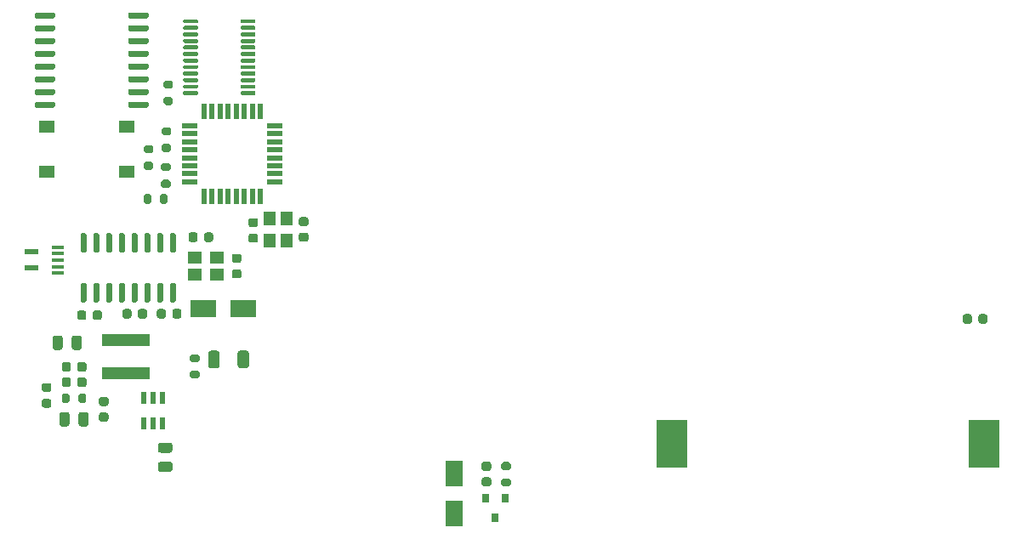
<source format=gbr>
%TF.GenerationSoftware,KiCad,Pcbnew,(5.1.9-0-10_14)*%
%TF.CreationDate,2021-08-09T22:26:57+08:00*%
%TF.ProjectId,Motor_clock,4d6f746f-725f-4636-9c6f-636b2e6b6963,rev?*%
%TF.SameCoordinates,Original*%
%TF.FileFunction,Paste,Top*%
%TF.FilePolarity,Positive*%
%FSLAX46Y46*%
G04 Gerber Fmt 4.6, Leading zero omitted, Abs format (unit mm)*
G04 Created by KiCad (PCBNEW (5.1.9-0-10_14)) date 2021-08-09 22:26:57*
%MOMM*%
%LPD*%
G01*
G04 APERTURE LIST*
%ADD10R,0.800000X0.900000*%
%ADD11R,1.800000X2.500000*%
%ADD12R,4.700000X1.200000*%
%ADD13R,0.590000X1.250000*%
%ADD14R,1.250000X0.400000*%
%ADD15R,1.350000X0.600000*%
%ADD16R,1.400000X1.200000*%
%ADD17R,2.500000X1.800000*%
%ADD18R,1.200000X1.400000*%
%ADD19R,1.600000X0.550000*%
%ADD20R,0.550000X1.600000*%
%ADD21R,1.550000X1.300000*%
%ADD22R,3.150000X4.780000*%
G04 APERTURE END LIST*
%TO.C,U1*%
G36*
G01*
X121403000Y-76985000D02*
X121403000Y-76685000D01*
G75*
G02*
X121553000Y-76535000I150000J0D01*
G01*
X123303000Y-76535000D01*
G75*
G02*
X123453000Y-76685000I0J-150000D01*
G01*
X123453000Y-76985000D01*
G75*
G02*
X123303000Y-77135000I-150000J0D01*
G01*
X121553000Y-77135000D01*
G75*
G02*
X121403000Y-76985000I0J150000D01*
G01*
G37*
G36*
G01*
X121403000Y-78255000D02*
X121403000Y-77955000D01*
G75*
G02*
X121553000Y-77805000I150000J0D01*
G01*
X123303000Y-77805000D01*
G75*
G02*
X123453000Y-77955000I0J-150000D01*
G01*
X123453000Y-78255000D01*
G75*
G02*
X123303000Y-78405000I-150000J0D01*
G01*
X121553000Y-78405000D01*
G75*
G02*
X121403000Y-78255000I0J150000D01*
G01*
G37*
G36*
G01*
X121403000Y-79525000D02*
X121403000Y-79225000D01*
G75*
G02*
X121553000Y-79075000I150000J0D01*
G01*
X123303000Y-79075000D01*
G75*
G02*
X123453000Y-79225000I0J-150000D01*
G01*
X123453000Y-79525000D01*
G75*
G02*
X123303000Y-79675000I-150000J0D01*
G01*
X121553000Y-79675000D01*
G75*
G02*
X121403000Y-79525000I0J150000D01*
G01*
G37*
G36*
G01*
X121403000Y-80795000D02*
X121403000Y-80495000D01*
G75*
G02*
X121553000Y-80345000I150000J0D01*
G01*
X123303000Y-80345000D01*
G75*
G02*
X123453000Y-80495000I0J-150000D01*
G01*
X123453000Y-80795000D01*
G75*
G02*
X123303000Y-80945000I-150000J0D01*
G01*
X121553000Y-80945000D01*
G75*
G02*
X121403000Y-80795000I0J150000D01*
G01*
G37*
G36*
G01*
X121403000Y-82065000D02*
X121403000Y-81765000D01*
G75*
G02*
X121553000Y-81615000I150000J0D01*
G01*
X123303000Y-81615000D01*
G75*
G02*
X123453000Y-81765000I0J-150000D01*
G01*
X123453000Y-82065000D01*
G75*
G02*
X123303000Y-82215000I-150000J0D01*
G01*
X121553000Y-82215000D01*
G75*
G02*
X121403000Y-82065000I0J150000D01*
G01*
G37*
G36*
G01*
X121403000Y-83335000D02*
X121403000Y-83035000D01*
G75*
G02*
X121553000Y-82885000I150000J0D01*
G01*
X123303000Y-82885000D01*
G75*
G02*
X123453000Y-83035000I0J-150000D01*
G01*
X123453000Y-83335000D01*
G75*
G02*
X123303000Y-83485000I-150000J0D01*
G01*
X121553000Y-83485000D01*
G75*
G02*
X121403000Y-83335000I0J150000D01*
G01*
G37*
G36*
G01*
X121403000Y-84605000D02*
X121403000Y-84305000D01*
G75*
G02*
X121553000Y-84155000I150000J0D01*
G01*
X123303000Y-84155000D01*
G75*
G02*
X123453000Y-84305000I0J-150000D01*
G01*
X123453000Y-84605000D01*
G75*
G02*
X123303000Y-84755000I-150000J0D01*
G01*
X121553000Y-84755000D01*
G75*
G02*
X121403000Y-84605000I0J150000D01*
G01*
G37*
G36*
G01*
X121403000Y-85875000D02*
X121403000Y-85575000D01*
G75*
G02*
X121553000Y-85425000I150000J0D01*
G01*
X123303000Y-85425000D01*
G75*
G02*
X123453000Y-85575000I0J-150000D01*
G01*
X123453000Y-85875000D01*
G75*
G02*
X123303000Y-86025000I-150000J0D01*
G01*
X121553000Y-86025000D01*
G75*
G02*
X121403000Y-85875000I0J150000D01*
G01*
G37*
G36*
G01*
X112103000Y-85875000D02*
X112103000Y-85575000D01*
G75*
G02*
X112253000Y-85425000I150000J0D01*
G01*
X114003000Y-85425000D01*
G75*
G02*
X114153000Y-85575000I0J-150000D01*
G01*
X114153000Y-85875000D01*
G75*
G02*
X114003000Y-86025000I-150000J0D01*
G01*
X112253000Y-86025000D01*
G75*
G02*
X112103000Y-85875000I0J150000D01*
G01*
G37*
G36*
G01*
X112103000Y-84605000D02*
X112103000Y-84305000D01*
G75*
G02*
X112253000Y-84155000I150000J0D01*
G01*
X114003000Y-84155000D01*
G75*
G02*
X114153000Y-84305000I0J-150000D01*
G01*
X114153000Y-84605000D01*
G75*
G02*
X114003000Y-84755000I-150000J0D01*
G01*
X112253000Y-84755000D01*
G75*
G02*
X112103000Y-84605000I0J150000D01*
G01*
G37*
G36*
G01*
X112103000Y-83335000D02*
X112103000Y-83035000D01*
G75*
G02*
X112253000Y-82885000I150000J0D01*
G01*
X114003000Y-82885000D01*
G75*
G02*
X114153000Y-83035000I0J-150000D01*
G01*
X114153000Y-83335000D01*
G75*
G02*
X114003000Y-83485000I-150000J0D01*
G01*
X112253000Y-83485000D01*
G75*
G02*
X112103000Y-83335000I0J150000D01*
G01*
G37*
G36*
G01*
X112103000Y-82065000D02*
X112103000Y-81765000D01*
G75*
G02*
X112253000Y-81615000I150000J0D01*
G01*
X114003000Y-81615000D01*
G75*
G02*
X114153000Y-81765000I0J-150000D01*
G01*
X114153000Y-82065000D01*
G75*
G02*
X114003000Y-82215000I-150000J0D01*
G01*
X112253000Y-82215000D01*
G75*
G02*
X112103000Y-82065000I0J150000D01*
G01*
G37*
G36*
G01*
X112103000Y-80795000D02*
X112103000Y-80495000D01*
G75*
G02*
X112253000Y-80345000I150000J0D01*
G01*
X114003000Y-80345000D01*
G75*
G02*
X114153000Y-80495000I0J-150000D01*
G01*
X114153000Y-80795000D01*
G75*
G02*
X114003000Y-80945000I-150000J0D01*
G01*
X112253000Y-80945000D01*
G75*
G02*
X112103000Y-80795000I0J150000D01*
G01*
G37*
G36*
G01*
X112103000Y-79525000D02*
X112103000Y-79225000D01*
G75*
G02*
X112253000Y-79075000I150000J0D01*
G01*
X114003000Y-79075000D01*
G75*
G02*
X114153000Y-79225000I0J-150000D01*
G01*
X114153000Y-79525000D01*
G75*
G02*
X114003000Y-79675000I-150000J0D01*
G01*
X112253000Y-79675000D01*
G75*
G02*
X112103000Y-79525000I0J150000D01*
G01*
G37*
G36*
G01*
X112103000Y-78255000D02*
X112103000Y-77955000D01*
G75*
G02*
X112253000Y-77805000I150000J0D01*
G01*
X114003000Y-77805000D01*
G75*
G02*
X114153000Y-77955000I0J-150000D01*
G01*
X114153000Y-78255000D01*
G75*
G02*
X114003000Y-78405000I-150000J0D01*
G01*
X112253000Y-78405000D01*
G75*
G02*
X112103000Y-78255000I0J150000D01*
G01*
G37*
G36*
G01*
X112103000Y-76985000D02*
X112103000Y-76685000D01*
G75*
G02*
X112253000Y-76535000I150000J0D01*
G01*
X114003000Y-76535000D01*
G75*
G02*
X114153000Y-76685000I0J-150000D01*
G01*
X114153000Y-76985000D01*
G75*
G02*
X114003000Y-77135000I-150000J0D01*
G01*
X112253000Y-77135000D01*
G75*
G02*
X112103000Y-76985000I0J150000D01*
G01*
G37*
%TD*%
%TO.C,R9*%
G36*
G01*
X159304400Y-122117800D02*
X158754400Y-122117800D01*
G75*
G02*
X158554400Y-121917800I0J200000D01*
G01*
X158554400Y-121517800D01*
G75*
G02*
X158754400Y-121317800I200000J0D01*
G01*
X159304400Y-121317800D01*
G75*
G02*
X159504400Y-121517800I0J-200000D01*
G01*
X159504400Y-121917800D01*
G75*
G02*
X159304400Y-122117800I-200000J0D01*
G01*
G37*
G36*
G01*
X159304400Y-123767800D02*
X158754400Y-123767800D01*
G75*
G02*
X158554400Y-123567800I0J200000D01*
G01*
X158554400Y-123167800D01*
G75*
G02*
X158754400Y-122967800I200000J0D01*
G01*
X159304400Y-122967800D01*
G75*
G02*
X159504400Y-123167800I0J-200000D01*
G01*
X159504400Y-123567800D01*
G75*
G02*
X159304400Y-123767800I-200000J0D01*
G01*
G37*
%TD*%
%TO.C,R6*%
G36*
G01*
X130508900Y-110474599D02*
X130508900Y-111724601D01*
G75*
G02*
X130258901Y-111974600I-249999J0D01*
G01*
X129633899Y-111974600D01*
G75*
G02*
X129383900Y-111724601I0J249999D01*
G01*
X129383900Y-110474599D01*
G75*
G02*
X129633899Y-110224600I249999J0D01*
G01*
X130258901Y-110224600D01*
G75*
G02*
X130508900Y-110474599I0J-249999D01*
G01*
G37*
G36*
G01*
X133433900Y-110474599D02*
X133433900Y-111724601D01*
G75*
G02*
X133183901Y-111974600I-249999J0D01*
G01*
X132558899Y-111974600D01*
G75*
G02*
X132308900Y-111724601I0J249999D01*
G01*
X132308900Y-110474599D01*
G75*
G02*
X132558899Y-110224600I249999J0D01*
G01*
X133183901Y-110224600D01*
G75*
G02*
X133433900Y-110474599I0J-249999D01*
G01*
G37*
%TD*%
D10*
%TO.C,Q1*%
X157962600Y-126891800D03*
X157012600Y-124891800D03*
X158912600Y-124891800D03*
%TD*%
D11*
%TO.C,D3*%
X153847800Y-126453400D03*
X153847800Y-122453400D03*
%TD*%
%TO.C,C15*%
G36*
G01*
X156823600Y-122841600D02*
X157323600Y-122841600D01*
G75*
G02*
X157548600Y-123066600I0J-225000D01*
G01*
X157548600Y-123516600D01*
G75*
G02*
X157323600Y-123741600I-225000J0D01*
G01*
X156823600Y-123741600D01*
G75*
G02*
X156598600Y-123516600I0J225000D01*
G01*
X156598600Y-123066600D01*
G75*
G02*
X156823600Y-122841600I225000J0D01*
G01*
G37*
G36*
G01*
X156823600Y-121291600D02*
X157323600Y-121291600D01*
G75*
G02*
X157548600Y-121516600I0J-225000D01*
G01*
X157548600Y-121966600D01*
G75*
G02*
X157323600Y-122191600I-225000J0D01*
G01*
X156823600Y-122191600D01*
G75*
G02*
X156598600Y-121966600I0J225000D01*
G01*
X156598600Y-121516600D01*
G75*
G02*
X156823600Y-121291600I225000J0D01*
G01*
G37*
%TD*%
D12*
%TO.C,L1*%
X121208800Y-109143800D03*
X121208800Y-112453800D03*
%TD*%
D13*
%TO.C,VR1*%
X122941000Y-114965000D03*
X123891000Y-114965000D03*
X124841000Y-114965000D03*
X124841000Y-117475000D03*
X123891000Y-117475000D03*
X122941000Y-117475000D03*
%TD*%
D14*
%TO.C,J11*%
X114427000Y-99904000D03*
X114427000Y-101204000D03*
X114427000Y-101854000D03*
D15*
X111752000Y-100404000D03*
D14*
X114427000Y-100554000D03*
X114427000Y-102504000D03*
D15*
X111752000Y-102004000D03*
%TD*%
%TO.C,U10*%
G36*
G01*
X128362500Y-84482000D02*
X128362500Y-84682000D01*
G75*
G02*
X128262500Y-84782000I-100000J0D01*
G01*
X126987500Y-84782000D01*
G75*
G02*
X126887500Y-84682000I0J100000D01*
G01*
X126887500Y-84482000D01*
G75*
G02*
X126987500Y-84382000I100000J0D01*
G01*
X128262500Y-84382000D01*
G75*
G02*
X128362500Y-84482000I0J-100000D01*
G01*
G37*
G36*
G01*
X128362500Y-83832000D02*
X128362500Y-84032000D01*
G75*
G02*
X128262500Y-84132000I-100000J0D01*
G01*
X126987500Y-84132000D01*
G75*
G02*
X126887500Y-84032000I0J100000D01*
G01*
X126887500Y-83832000D01*
G75*
G02*
X126987500Y-83732000I100000J0D01*
G01*
X128262500Y-83732000D01*
G75*
G02*
X128362500Y-83832000I0J-100000D01*
G01*
G37*
G36*
G01*
X128362500Y-83182000D02*
X128362500Y-83382000D01*
G75*
G02*
X128262500Y-83482000I-100000J0D01*
G01*
X126987500Y-83482000D01*
G75*
G02*
X126887500Y-83382000I0J100000D01*
G01*
X126887500Y-83182000D01*
G75*
G02*
X126987500Y-83082000I100000J0D01*
G01*
X128262500Y-83082000D01*
G75*
G02*
X128362500Y-83182000I0J-100000D01*
G01*
G37*
G36*
G01*
X128362500Y-82532000D02*
X128362500Y-82732000D01*
G75*
G02*
X128262500Y-82832000I-100000J0D01*
G01*
X126987500Y-82832000D01*
G75*
G02*
X126887500Y-82732000I0J100000D01*
G01*
X126887500Y-82532000D01*
G75*
G02*
X126987500Y-82432000I100000J0D01*
G01*
X128262500Y-82432000D01*
G75*
G02*
X128362500Y-82532000I0J-100000D01*
G01*
G37*
G36*
G01*
X128362500Y-81882000D02*
X128362500Y-82082000D01*
G75*
G02*
X128262500Y-82182000I-100000J0D01*
G01*
X126987500Y-82182000D01*
G75*
G02*
X126887500Y-82082000I0J100000D01*
G01*
X126887500Y-81882000D01*
G75*
G02*
X126987500Y-81782000I100000J0D01*
G01*
X128262500Y-81782000D01*
G75*
G02*
X128362500Y-81882000I0J-100000D01*
G01*
G37*
G36*
G01*
X128362500Y-81232000D02*
X128362500Y-81432000D01*
G75*
G02*
X128262500Y-81532000I-100000J0D01*
G01*
X126987500Y-81532000D01*
G75*
G02*
X126887500Y-81432000I0J100000D01*
G01*
X126887500Y-81232000D01*
G75*
G02*
X126987500Y-81132000I100000J0D01*
G01*
X128262500Y-81132000D01*
G75*
G02*
X128362500Y-81232000I0J-100000D01*
G01*
G37*
G36*
G01*
X128362500Y-80582000D02*
X128362500Y-80782000D01*
G75*
G02*
X128262500Y-80882000I-100000J0D01*
G01*
X126987500Y-80882000D01*
G75*
G02*
X126887500Y-80782000I0J100000D01*
G01*
X126887500Y-80582000D01*
G75*
G02*
X126987500Y-80482000I100000J0D01*
G01*
X128262500Y-80482000D01*
G75*
G02*
X128362500Y-80582000I0J-100000D01*
G01*
G37*
G36*
G01*
X128362500Y-79932000D02*
X128362500Y-80132000D01*
G75*
G02*
X128262500Y-80232000I-100000J0D01*
G01*
X126987500Y-80232000D01*
G75*
G02*
X126887500Y-80132000I0J100000D01*
G01*
X126887500Y-79932000D01*
G75*
G02*
X126987500Y-79832000I100000J0D01*
G01*
X128262500Y-79832000D01*
G75*
G02*
X128362500Y-79932000I0J-100000D01*
G01*
G37*
G36*
G01*
X128362500Y-79282000D02*
X128362500Y-79482000D01*
G75*
G02*
X128262500Y-79582000I-100000J0D01*
G01*
X126987500Y-79582000D01*
G75*
G02*
X126887500Y-79482000I0J100000D01*
G01*
X126887500Y-79282000D01*
G75*
G02*
X126987500Y-79182000I100000J0D01*
G01*
X128262500Y-79182000D01*
G75*
G02*
X128362500Y-79282000I0J-100000D01*
G01*
G37*
G36*
G01*
X128362500Y-78632000D02*
X128362500Y-78832000D01*
G75*
G02*
X128262500Y-78932000I-100000J0D01*
G01*
X126987500Y-78932000D01*
G75*
G02*
X126887500Y-78832000I0J100000D01*
G01*
X126887500Y-78632000D01*
G75*
G02*
X126987500Y-78532000I100000J0D01*
G01*
X128262500Y-78532000D01*
G75*
G02*
X128362500Y-78632000I0J-100000D01*
G01*
G37*
G36*
G01*
X128362500Y-77982000D02*
X128362500Y-78182000D01*
G75*
G02*
X128262500Y-78282000I-100000J0D01*
G01*
X126987500Y-78282000D01*
G75*
G02*
X126887500Y-78182000I0J100000D01*
G01*
X126887500Y-77982000D01*
G75*
G02*
X126987500Y-77882000I100000J0D01*
G01*
X128262500Y-77882000D01*
G75*
G02*
X128362500Y-77982000I0J-100000D01*
G01*
G37*
G36*
G01*
X128362500Y-77332000D02*
X128362500Y-77532000D01*
G75*
G02*
X128262500Y-77632000I-100000J0D01*
G01*
X126987500Y-77632000D01*
G75*
G02*
X126887500Y-77532000I0J100000D01*
G01*
X126887500Y-77332000D01*
G75*
G02*
X126987500Y-77232000I100000J0D01*
G01*
X128262500Y-77232000D01*
G75*
G02*
X128362500Y-77332000I0J-100000D01*
G01*
G37*
G36*
G01*
X134087500Y-77332000D02*
X134087500Y-77532000D01*
G75*
G02*
X133987500Y-77632000I-100000J0D01*
G01*
X132712500Y-77632000D01*
G75*
G02*
X132612500Y-77532000I0J100000D01*
G01*
X132612500Y-77332000D01*
G75*
G02*
X132712500Y-77232000I100000J0D01*
G01*
X133987500Y-77232000D01*
G75*
G02*
X134087500Y-77332000I0J-100000D01*
G01*
G37*
G36*
G01*
X134087500Y-77982000D02*
X134087500Y-78182000D01*
G75*
G02*
X133987500Y-78282000I-100000J0D01*
G01*
X132712500Y-78282000D01*
G75*
G02*
X132612500Y-78182000I0J100000D01*
G01*
X132612500Y-77982000D01*
G75*
G02*
X132712500Y-77882000I100000J0D01*
G01*
X133987500Y-77882000D01*
G75*
G02*
X134087500Y-77982000I0J-100000D01*
G01*
G37*
G36*
G01*
X134087500Y-78632000D02*
X134087500Y-78832000D01*
G75*
G02*
X133987500Y-78932000I-100000J0D01*
G01*
X132712500Y-78932000D01*
G75*
G02*
X132612500Y-78832000I0J100000D01*
G01*
X132612500Y-78632000D01*
G75*
G02*
X132712500Y-78532000I100000J0D01*
G01*
X133987500Y-78532000D01*
G75*
G02*
X134087500Y-78632000I0J-100000D01*
G01*
G37*
G36*
G01*
X134087500Y-79282000D02*
X134087500Y-79482000D01*
G75*
G02*
X133987500Y-79582000I-100000J0D01*
G01*
X132712500Y-79582000D01*
G75*
G02*
X132612500Y-79482000I0J100000D01*
G01*
X132612500Y-79282000D01*
G75*
G02*
X132712500Y-79182000I100000J0D01*
G01*
X133987500Y-79182000D01*
G75*
G02*
X134087500Y-79282000I0J-100000D01*
G01*
G37*
G36*
G01*
X134087500Y-79932000D02*
X134087500Y-80132000D01*
G75*
G02*
X133987500Y-80232000I-100000J0D01*
G01*
X132712500Y-80232000D01*
G75*
G02*
X132612500Y-80132000I0J100000D01*
G01*
X132612500Y-79932000D01*
G75*
G02*
X132712500Y-79832000I100000J0D01*
G01*
X133987500Y-79832000D01*
G75*
G02*
X134087500Y-79932000I0J-100000D01*
G01*
G37*
G36*
G01*
X134087500Y-80582000D02*
X134087500Y-80782000D01*
G75*
G02*
X133987500Y-80882000I-100000J0D01*
G01*
X132712500Y-80882000D01*
G75*
G02*
X132612500Y-80782000I0J100000D01*
G01*
X132612500Y-80582000D01*
G75*
G02*
X132712500Y-80482000I100000J0D01*
G01*
X133987500Y-80482000D01*
G75*
G02*
X134087500Y-80582000I0J-100000D01*
G01*
G37*
G36*
G01*
X134087500Y-81232000D02*
X134087500Y-81432000D01*
G75*
G02*
X133987500Y-81532000I-100000J0D01*
G01*
X132712500Y-81532000D01*
G75*
G02*
X132612500Y-81432000I0J100000D01*
G01*
X132612500Y-81232000D01*
G75*
G02*
X132712500Y-81132000I100000J0D01*
G01*
X133987500Y-81132000D01*
G75*
G02*
X134087500Y-81232000I0J-100000D01*
G01*
G37*
G36*
G01*
X134087500Y-81882000D02*
X134087500Y-82082000D01*
G75*
G02*
X133987500Y-82182000I-100000J0D01*
G01*
X132712500Y-82182000D01*
G75*
G02*
X132612500Y-82082000I0J100000D01*
G01*
X132612500Y-81882000D01*
G75*
G02*
X132712500Y-81782000I100000J0D01*
G01*
X133987500Y-81782000D01*
G75*
G02*
X134087500Y-81882000I0J-100000D01*
G01*
G37*
G36*
G01*
X134087500Y-82532000D02*
X134087500Y-82732000D01*
G75*
G02*
X133987500Y-82832000I-100000J0D01*
G01*
X132712500Y-82832000D01*
G75*
G02*
X132612500Y-82732000I0J100000D01*
G01*
X132612500Y-82532000D01*
G75*
G02*
X132712500Y-82432000I100000J0D01*
G01*
X133987500Y-82432000D01*
G75*
G02*
X134087500Y-82532000I0J-100000D01*
G01*
G37*
G36*
G01*
X134087500Y-83182000D02*
X134087500Y-83382000D01*
G75*
G02*
X133987500Y-83482000I-100000J0D01*
G01*
X132712500Y-83482000D01*
G75*
G02*
X132612500Y-83382000I0J100000D01*
G01*
X132612500Y-83182000D01*
G75*
G02*
X132712500Y-83082000I100000J0D01*
G01*
X133987500Y-83082000D01*
G75*
G02*
X134087500Y-83182000I0J-100000D01*
G01*
G37*
G36*
G01*
X134087500Y-83832000D02*
X134087500Y-84032000D01*
G75*
G02*
X133987500Y-84132000I-100000J0D01*
G01*
X132712500Y-84132000D01*
G75*
G02*
X132612500Y-84032000I0J100000D01*
G01*
X132612500Y-83832000D01*
G75*
G02*
X132712500Y-83732000I100000J0D01*
G01*
X133987500Y-83732000D01*
G75*
G02*
X134087500Y-83832000I0J-100000D01*
G01*
G37*
G36*
G01*
X134087500Y-84482000D02*
X134087500Y-84682000D01*
G75*
G02*
X133987500Y-84782000I-100000J0D01*
G01*
X132712500Y-84782000D01*
G75*
G02*
X132612500Y-84682000I0J100000D01*
G01*
X132612500Y-84482000D01*
G75*
G02*
X132712500Y-84382000I100000J0D01*
G01*
X133987500Y-84382000D01*
G75*
G02*
X134087500Y-84482000I0J-100000D01*
G01*
G37*
%TD*%
%TO.C,C14*%
G36*
G01*
X128963000Y-99183000D02*
X128963000Y-98683000D01*
G75*
G02*
X129188000Y-98458000I225000J0D01*
G01*
X129638000Y-98458000D01*
G75*
G02*
X129863000Y-98683000I0J-225000D01*
G01*
X129863000Y-99183000D01*
G75*
G02*
X129638000Y-99408000I-225000J0D01*
G01*
X129188000Y-99408000D01*
G75*
G02*
X128963000Y-99183000I0J225000D01*
G01*
G37*
G36*
G01*
X127413000Y-99183000D02*
X127413000Y-98683000D01*
G75*
G02*
X127638000Y-98458000I225000J0D01*
G01*
X128088000Y-98458000D01*
G75*
G02*
X128313000Y-98683000I0J-225000D01*
G01*
X128313000Y-99183000D01*
G75*
G02*
X128088000Y-99408000I-225000J0D01*
G01*
X127638000Y-99408000D01*
G75*
G02*
X127413000Y-99183000I0J225000D01*
G01*
G37*
%TD*%
%TO.C,R5*%
G36*
G01*
X125497000Y-88793000D02*
X124947000Y-88793000D01*
G75*
G02*
X124747000Y-88593000I0J200000D01*
G01*
X124747000Y-88193000D01*
G75*
G02*
X124947000Y-87993000I200000J0D01*
G01*
X125497000Y-87993000D01*
G75*
G02*
X125697000Y-88193000I0J-200000D01*
G01*
X125697000Y-88593000D01*
G75*
G02*
X125497000Y-88793000I-200000J0D01*
G01*
G37*
G36*
G01*
X125497000Y-90443000D02*
X124947000Y-90443000D01*
G75*
G02*
X124747000Y-90243000I0J200000D01*
G01*
X124747000Y-89843000D01*
G75*
G02*
X124947000Y-89643000I200000J0D01*
G01*
X125497000Y-89643000D01*
G75*
G02*
X125697000Y-89843000I0J-200000D01*
G01*
X125697000Y-90243000D01*
G75*
G02*
X125497000Y-90443000I-200000J0D01*
G01*
G37*
%TD*%
%TO.C,R2*%
G36*
G01*
X125674800Y-84118400D02*
X125124800Y-84118400D01*
G75*
G02*
X124924800Y-83918400I0J200000D01*
G01*
X124924800Y-83518400D01*
G75*
G02*
X125124800Y-83318400I200000J0D01*
G01*
X125674800Y-83318400D01*
G75*
G02*
X125874800Y-83518400I0J-200000D01*
G01*
X125874800Y-83918400D01*
G75*
G02*
X125674800Y-84118400I-200000J0D01*
G01*
G37*
G36*
G01*
X125674800Y-85768400D02*
X125124800Y-85768400D01*
G75*
G02*
X124924800Y-85568400I0J200000D01*
G01*
X124924800Y-85168400D01*
G75*
G02*
X125124800Y-84968400I200000J0D01*
G01*
X125674800Y-84968400D01*
G75*
G02*
X125874800Y-85168400I0J-200000D01*
G01*
X125874800Y-85568400D01*
G75*
G02*
X125674800Y-85768400I-200000J0D01*
G01*
G37*
%TD*%
%TO.C,C5*%
G36*
G01*
X114880500Y-108960900D02*
X114880500Y-109910900D01*
G75*
G02*
X114630500Y-110160900I-250000J0D01*
G01*
X114130500Y-110160900D01*
G75*
G02*
X113880500Y-109910900I0J250000D01*
G01*
X113880500Y-108960900D01*
G75*
G02*
X114130500Y-108710900I250000J0D01*
G01*
X114630500Y-108710900D01*
G75*
G02*
X114880500Y-108960900I0J-250000D01*
G01*
G37*
G36*
G01*
X116780500Y-108960900D02*
X116780500Y-109910900D01*
G75*
G02*
X116530500Y-110160900I-250000J0D01*
G01*
X116030500Y-110160900D01*
G75*
G02*
X115780500Y-109910900I0J250000D01*
G01*
X115780500Y-108960900D01*
G75*
G02*
X116030500Y-108710900I250000J0D01*
G01*
X116530500Y-108710900D01*
G75*
G02*
X116780500Y-108960900I0J-250000D01*
G01*
G37*
%TD*%
D16*
%TO.C,Y2*%
X128016000Y-100965000D03*
X130216000Y-100965000D03*
X130216000Y-102665000D03*
X128016000Y-102665000D03*
%TD*%
%TO.C,C13*%
G36*
G01*
X131957000Y-102128500D02*
X132457000Y-102128500D01*
G75*
G02*
X132682000Y-102353500I0J-225000D01*
G01*
X132682000Y-102803500D01*
G75*
G02*
X132457000Y-103028500I-225000J0D01*
G01*
X131957000Y-103028500D01*
G75*
G02*
X131732000Y-102803500I0J225000D01*
G01*
X131732000Y-102353500D01*
G75*
G02*
X131957000Y-102128500I225000J0D01*
G01*
G37*
G36*
G01*
X131957000Y-100578500D02*
X132457000Y-100578500D01*
G75*
G02*
X132682000Y-100803500I0J-225000D01*
G01*
X132682000Y-101253500D01*
G75*
G02*
X132457000Y-101478500I-225000J0D01*
G01*
X131957000Y-101478500D01*
G75*
G02*
X131732000Y-101253500I0J225000D01*
G01*
X131732000Y-100803500D01*
G75*
G02*
X131957000Y-100578500I225000J0D01*
G01*
G37*
%TD*%
%TO.C,C11*%
G36*
G01*
X125814000Y-106803000D02*
X125814000Y-106303000D01*
G75*
G02*
X126039000Y-106078000I225000J0D01*
G01*
X126489000Y-106078000D01*
G75*
G02*
X126714000Y-106303000I0J-225000D01*
G01*
X126714000Y-106803000D01*
G75*
G02*
X126489000Y-107028000I-225000J0D01*
G01*
X126039000Y-107028000D01*
G75*
G02*
X125814000Y-106803000I0J225000D01*
G01*
G37*
G36*
G01*
X124264000Y-106803000D02*
X124264000Y-106303000D01*
G75*
G02*
X124489000Y-106078000I225000J0D01*
G01*
X124939000Y-106078000D01*
G75*
G02*
X125164000Y-106303000I0J-225000D01*
G01*
X125164000Y-106803000D01*
G75*
G02*
X124939000Y-107028000I-225000J0D01*
G01*
X124489000Y-107028000D01*
G75*
G02*
X124264000Y-106803000I0J225000D01*
G01*
G37*
%TD*%
D17*
%TO.C,D2*%
X128842000Y-106045000D03*
X132842000Y-106045000D03*
%TD*%
D18*
%TO.C,Y1*%
X137209000Y-97050500D03*
X137209000Y-99250500D03*
X135509000Y-99250500D03*
X135509000Y-97050500D03*
%TD*%
%TO.C,U9*%
G36*
G01*
X117117000Y-100479500D02*
X116817000Y-100479500D01*
G75*
G02*
X116667000Y-100329500I0J150000D01*
G01*
X116667000Y-98679500D01*
G75*
G02*
X116817000Y-98529500I150000J0D01*
G01*
X117117000Y-98529500D01*
G75*
G02*
X117267000Y-98679500I0J-150000D01*
G01*
X117267000Y-100329500D01*
G75*
G02*
X117117000Y-100479500I-150000J0D01*
G01*
G37*
G36*
G01*
X118387000Y-100479500D02*
X118087000Y-100479500D01*
G75*
G02*
X117937000Y-100329500I0J150000D01*
G01*
X117937000Y-98679500D01*
G75*
G02*
X118087000Y-98529500I150000J0D01*
G01*
X118387000Y-98529500D01*
G75*
G02*
X118537000Y-98679500I0J-150000D01*
G01*
X118537000Y-100329500D01*
G75*
G02*
X118387000Y-100479500I-150000J0D01*
G01*
G37*
G36*
G01*
X119657000Y-100479500D02*
X119357000Y-100479500D01*
G75*
G02*
X119207000Y-100329500I0J150000D01*
G01*
X119207000Y-98679500D01*
G75*
G02*
X119357000Y-98529500I150000J0D01*
G01*
X119657000Y-98529500D01*
G75*
G02*
X119807000Y-98679500I0J-150000D01*
G01*
X119807000Y-100329500D01*
G75*
G02*
X119657000Y-100479500I-150000J0D01*
G01*
G37*
G36*
G01*
X120927000Y-100479500D02*
X120627000Y-100479500D01*
G75*
G02*
X120477000Y-100329500I0J150000D01*
G01*
X120477000Y-98679500D01*
G75*
G02*
X120627000Y-98529500I150000J0D01*
G01*
X120927000Y-98529500D01*
G75*
G02*
X121077000Y-98679500I0J-150000D01*
G01*
X121077000Y-100329500D01*
G75*
G02*
X120927000Y-100479500I-150000J0D01*
G01*
G37*
G36*
G01*
X122197000Y-100479500D02*
X121897000Y-100479500D01*
G75*
G02*
X121747000Y-100329500I0J150000D01*
G01*
X121747000Y-98679500D01*
G75*
G02*
X121897000Y-98529500I150000J0D01*
G01*
X122197000Y-98529500D01*
G75*
G02*
X122347000Y-98679500I0J-150000D01*
G01*
X122347000Y-100329500D01*
G75*
G02*
X122197000Y-100479500I-150000J0D01*
G01*
G37*
G36*
G01*
X123467000Y-100479500D02*
X123167000Y-100479500D01*
G75*
G02*
X123017000Y-100329500I0J150000D01*
G01*
X123017000Y-98679500D01*
G75*
G02*
X123167000Y-98529500I150000J0D01*
G01*
X123467000Y-98529500D01*
G75*
G02*
X123617000Y-98679500I0J-150000D01*
G01*
X123617000Y-100329500D01*
G75*
G02*
X123467000Y-100479500I-150000J0D01*
G01*
G37*
G36*
G01*
X124737000Y-100479500D02*
X124437000Y-100479500D01*
G75*
G02*
X124287000Y-100329500I0J150000D01*
G01*
X124287000Y-98679500D01*
G75*
G02*
X124437000Y-98529500I150000J0D01*
G01*
X124737000Y-98529500D01*
G75*
G02*
X124887000Y-98679500I0J-150000D01*
G01*
X124887000Y-100329500D01*
G75*
G02*
X124737000Y-100479500I-150000J0D01*
G01*
G37*
G36*
G01*
X126007000Y-100479500D02*
X125707000Y-100479500D01*
G75*
G02*
X125557000Y-100329500I0J150000D01*
G01*
X125557000Y-98679500D01*
G75*
G02*
X125707000Y-98529500I150000J0D01*
G01*
X126007000Y-98529500D01*
G75*
G02*
X126157000Y-98679500I0J-150000D01*
G01*
X126157000Y-100329500D01*
G75*
G02*
X126007000Y-100479500I-150000J0D01*
G01*
G37*
G36*
G01*
X126007000Y-105429500D02*
X125707000Y-105429500D01*
G75*
G02*
X125557000Y-105279500I0J150000D01*
G01*
X125557000Y-103629500D01*
G75*
G02*
X125707000Y-103479500I150000J0D01*
G01*
X126007000Y-103479500D01*
G75*
G02*
X126157000Y-103629500I0J-150000D01*
G01*
X126157000Y-105279500D01*
G75*
G02*
X126007000Y-105429500I-150000J0D01*
G01*
G37*
G36*
G01*
X124737000Y-105429500D02*
X124437000Y-105429500D01*
G75*
G02*
X124287000Y-105279500I0J150000D01*
G01*
X124287000Y-103629500D01*
G75*
G02*
X124437000Y-103479500I150000J0D01*
G01*
X124737000Y-103479500D01*
G75*
G02*
X124887000Y-103629500I0J-150000D01*
G01*
X124887000Y-105279500D01*
G75*
G02*
X124737000Y-105429500I-150000J0D01*
G01*
G37*
G36*
G01*
X123467000Y-105429500D02*
X123167000Y-105429500D01*
G75*
G02*
X123017000Y-105279500I0J150000D01*
G01*
X123017000Y-103629500D01*
G75*
G02*
X123167000Y-103479500I150000J0D01*
G01*
X123467000Y-103479500D01*
G75*
G02*
X123617000Y-103629500I0J-150000D01*
G01*
X123617000Y-105279500D01*
G75*
G02*
X123467000Y-105429500I-150000J0D01*
G01*
G37*
G36*
G01*
X122197000Y-105429500D02*
X121897000Y-105429500D01*
G75*
G02*
X121747000Y-105279500I0J150000D01*
G01*
X121747000Y-103629500D01*
G75*
G02*
X121897000Y-103479500I150000J0D01*
G01*
X122197000Y-103479500D01*
G75*
G02*
X122347000Y-103629500I0J-150000D01*
G01*
X122347000Y-105279500D01*
G75*
G02*
X122197000Y-105429500I-150000J0D01*
G01*
G37*
G36*
G01*
X120927000Y-105429500D02*
X120627000Y-105429500D01*
G75*
G02*
X120477000Y-105279500I0J150000D01*
G01*
X120477000Y-103629500D01*
G75*
G02*
X120627000Y-103479500I150000J0D01*
G01*
X120927000Y-103479500D01*
G75*
G02*
X121077000Y-103629500I0J-150000D01*
G01*
X121077000Y-105279500D01*
G75*
G02*
X120927000Y-105429500I-150000J0D01*
G01*
G37*
G36*
G01*
X119657000Y-105429500D02*
X119357000Y-105429500D01*
G75*
G02*
X119207000Y-105279500I0J150000D01*
G01*
X119207000Y-103629500D01*
G75*
G02*
X119357000Y-103479500I150000J0D01*
G01*
X119657000Y-103479500D01*
G75*
G02*
X119807000Y-103629500I0J-150000D01*
G01*
X119807000Y-105279500D01*
G75*
G02*
X119657000Y-105429500I-150000J0D01*
G01*
G37*
G36*
G01*
X118387000Y-105429500D02*
X118087000Y-105429500D01*
G75*
G02*
X117937000Y-105279500I0J150000D01*
G01*
X117937000Y-103629500D01*
G75*
G02*
X118087000Y-103479500I150000J0D01*
G01*
X118387000Y-103479500D01*
G75*
G02*
X118537000Y-103629500I0J-150000D01*
G01*
X118537000Y-105279500D01*
G75*
G02*
X118387000Y-105429500I-150000J0D01*
G01*
G37*
G36*
G01*
X117117000Y-105429500D02*
X116817000Y-105429500D01*
G75*
G02*
X116667000Y-105279500I0J150000D01*
G01*
X116667000Y-103629500D01*
G75*
G02*
X116817000Y-103479500I150000J0D01*
G01*
X117117000Y-103479500D01*
G75*
G02*
X117267000Y-103629500I0J-150000D01*
G01*
X117267000Y-105279500D01*
G75*
G02*
X117117000Y-105429500I-150000J0D01*
G01*
G37*
%TD*%
D19*
%TO.C,U2*%
X127512500Y-93414500D03*
X127512500Y-92614500D03*
X127512500Y-91814500D03*
X127512500Y-91014500D03*
X127512500Y-90214500D03*
X127512500Y-89414500D03*
X127512500Y-88614500D03*
X127512500Y-87814500D03*
D20*
X128962500Y-86364500D03*
X129762500Y-86364500D03*
X130562500Y-86364500D03*
X131362500Y-86364500D03*
X132162500Y-86364500D03*
X132962500Y-86364500D03*
X133762500Y-86364500D03*
X134562500Y-86364500D03*
D19*
X136012500Y-87814500D03*
X136012500Y-88614500D03*
X136012500Y-89414500D03*
X136012500Y-90214500D03*
X136012500Y-91014500D03*
X136012500Y-91814500D03*
X136012500Y-92614500D03*
X136012500Y-93414500D03*
D20*
X134562500Y-94864500D03*
X133762500Y-94864500D03*
X132962500Y-94864500D03*
X132162500Y-94864500D03*
X131362500Y-94864500D03*
X130562500Y-94864500D03*
X129762500Y-94864500D03*
X128962500Y-94864500D03*
%TD*%
D21*
%TO.C,SW2*%
X121285000Y-92384000D03*
X121285000Y-87884000D03*
X113335000Y-87884000D03*
X113335000Y-92384000D03*
%TD*%
%TO.C,R8*%
G36*
G01*
X115589000Y-114685400D02*
X115589000Y-115235400D01*
G75*
G02*
X115389000Y-115435400I-200000J0D01*
G01*
X114989000Y-115435400D01*
G75*
G02*
X114789000Y-115235400I0J200000D01*
G01*
X114789000Y-114685400D01*
G75*
G02*
X114989000Y-114485400I200000J0D01*
G01*
X115389000Y-114485400D01*
G75*
G02*
X115589000Y-114685400I0J-200000D01*
G01*
G37*
G36*
G01*
X117239000Y-114685400D02*
X117239000Y-115235400D01*
G75*
G02*
X117039000Y-115435400I-200000J0D01*
G01*
X116639000Y-115435400D01*
G75*
G02*
X116439000Y-115235400I0J200000D01*
G01*
X116439000Y-114685400D01*
G75*
G02*
X116639000Y-114485400I200000J0D01*
G01*
X117039000Y-114485400D01*
G75*
G02*
X117239000Y-114685400I0J-200000D01*
G01*
G37*
%TD*%
%TO.C,R7*%
G36*
G01*
X127766400Y-112222600D02*
X128316400Y-112222600D01*
G75*
G02*
X128516400Y-112422600I0J-200000D01*
G01*
X128516400Y-112822600D01*
G75*
G02*
X128316400Y-113022600I-200000J0D01*
G01*
X127766400Y-113022600D01*
G75*
G02*
X127566400Y-112822600I0J200000D01*
G01*
X127566400Y-112422600D01*
G75*
G02*
X127766400Y-112222600I200000J0D01*
G01*
G37*
G36*
G01*
X127766400Y-110572600D02*
X128316400Y-110572600D01*
G75*
G02*
X128516400Y-110772600I0J-200000D01*
G01*
X128516400Y-111172600D01*
G75*
G02*
X128316400Y-111372600I-200000J0D01*
G01*
X127766400Y-111372600D01*
G75*
G02*
X127566400Y-111172600I0J200000D01*
G01*
X127566400Y-110772600D01*
G75*
G02*
X127766400Y-110572600I200000J0D01*
G01*
G37*
%TD*%
%TO.C,R4*%
G36*
G01*
X124568000Y-95398000D02*
X124568000Y-94848000D01*
G75*
G02*
X124768000Y-94648000I200000J0D01*
G01*
X125168000Y-94648000D01*
G75*
G02*
X125368000Y-94848000I0J-200000D01*
G01*
X125368000Y-95398000D01*
G75*
G02*
X125168000Y-95598000I-200000J0D01*
G01*
X124768000Y-95598000D01*
G75*
G02*
X124568000Y-95398000I0J200000D01*
G01*
G37*
G36*
G01*
X122918000Y-95398000D02*
X122918000Y-94848000D01*
G75*
G02*
X123118000Y-94648000I200000J0D01*
G01*
X123518000Y-94648000D01*
G75*
G02*
X123718000Y-94848000I0J-200000D01*
G01*
X123718000Y-95398000D01*
G75*
G02*
X123518000Y-95598000I-200000J0D01*
G01*
X123118000Y-95598000D01*
G75*
G02*
X122918000Y-95398000I0J200000D01*
G01*
G37*
%TD*%
%TO.C,R3*%
G36*
G01*
X125433500Y-92349000D02*
X124883500Y-92349000D01*
G75*
G02*
X124683500Y-92149000I0J200000D01*
G01*
X124683500Y-91749000D01*
G75*
G02*
X124883500Y-91549000I200000J0D01*
G01*
X125433500Y-91549000D01*
G75*
G02*
X125633500Y-91749000I0J-200000D01*
G01*
X125633500Y-92149000D01*
G75*
G02*
X125433500Y-92349000I-200000J0D01*
G01*
G37*
G36*
G01*
X125433500Y-93999000D02*
X124883500Y-93999000D01*
G75*
G02*
X124683500Y-93799000I0J200000D01*
G01*
X124683500Y-93399000D01*
G75*
G02*
X124883500Y-93199000I200000J0D01*
G01*
X125433500Y-93199000D01*
G75*
G02*
X125633500Y-93399000I0J-200000D01*
G01*
X125633500Y-93799000D01*
G75*
G02*
X125433500Y-93999000I-200000J0D01*
G01*
G37*
%TD*%
%TO.C,R1*%
G36*
G01*
X123169000Y-91421000D02*
X123719000Y-91421000D01*
G75*
G02*
X123919000Y-91621000I0J-200000D01*
G01*
X123919000Y-92021000D01*
G75*
G02*
X123719000Y-92221000I-200000J0D01*
G01*
X123169000Y-92221000D01*
G75*
G02*
X122969000Y-92021000I0J200000D01*
G01*
X122969000Y-91621000D01*
G75*
G02*
X123169000Y-91421000I200000J0D01*
G01*
G37*
G36*
G01*
X123169000Y-89771000D02*
X123719000Y-89771000D01*
G75*
G02*
X123919000Y-89971000I0J-200000D01*
G01*
X123919000Y-90371000D01*
G75*
G02*
X123719000Y-90571000I-200000J0D01*
G01*
X123169000Y-90571000D01*
G75*
G02*
X122969000Y-90371000I0J200000D01*
G01*
X122969000Y-89971000D01*
G75*
G02*
X123169000Y-89771000I200000J0D01*
G01*
G37*
%TD*%
%TO.C,D1*%
G36*
G01*
X113540250Y-114330900D02*
X113027750Y-114330900D01*
G75*
G02*
X112809000Y-114112150I0J218750D01*
G01*
X112809000Y-113674650D01*
G75*
G02*
X113027750Y-113455900I218750J0D01*
G01*
X113540250Y-113455900D01*
G75*
G02*
X113759000Y-113674650I0J-218750D01*
G01*
X113759000Y-114112150D01*
G75*
G02*
X113540250Y-114330900I-218750J0D01*
G01*
G37*
G36*
G01*
X113540250Y-115905900D02*
X113027750Y-115905900D01*
G75*
G02*
X112809000Y-115687150I0J218750D01*
G01*
X112809000Y-115249650D01*
G75*
G02*
X113027750Y-115030900I218750J0D01*
G01*
X113540250Y-115030900D01*
G75*
G02*
X113759000Y-115249650I0J-218750D01*
G01*
X113759000Y-115687150D01*
G75*
G02*
X113540250Y-115905900I-218750J0D01*
G01*
G37*
%TD*%
%TO.C,C12*%
G36*
G01*
X121734400Y-106303000D02*
X121734400Y-106803000D01*
G75*
G02*
X121509400Y-107028000I-225000J0D01*
G01*
X121059400Y-107028000D01*
G75*
G02*
X120834400Y-106803000I0J225000D01*
G01*
X120834400Y-106303000D01*
G75*
G02*
X121059400Y-106078000I225000J0D01*
G01*
X121509400Y-106078000D01*
G75*
G02*
X121734400Y-106303000I0J-225000D01*
G01*
G37*
G36*
G01*
X123284400Y-106303000D02*
X123284400Y-106803000D01*
G75*
G02*
X123059400Y-107028000I-225000J0D01*
G01*
X122609400Y-107028000D01*
G75*
G02*
X122384400Y-106803000I0J225000D01*
G01*
X122384400Y-106303000D01*
G75*
G02*
X122609400Y-106078000I225000J0D01*
G01*
X123059400Y-106078000D01*
G75*
G02*
X123284400Y-106303000I0J-225000D01*
G01*
G37*
%TD*%
%TO.C,C10*%
G36*
G01*
X117888600Y-106955400D02*
X117888600Y-106455400D01*
G75*
G02*
X118113600Y-106230400I225000J0D01*
G01*
X118563600Y-106230400D01*
G75*
G02*
X118788600Y-106455400I0J-225000D01*
G01*
X118788600Y-106955400D01*
G75*
G02*
X118563600Y-107180400I-225000J0D01*
G01*
X118113600Y-107180400D01*
G75*
G02*
X117888600Y-106955400I0J225000D01*
G01*
G37*
G36*
G01*
X116338600Y-106955400D02*
X116338600Y-106455400D01*
G75*
G02*
X116563600Y-106230400I225000J0D01*
G01*
X117013600Y-106230400D01*
G75*
G02*
X117238600Y-106455400I0J-225000D01*
G01*
X117238600Y-106955400D01*
G75*
G02*
X117013600Y-107180400I-225000J0D01*
G01*
X116563600Y-107180400D01*
G75*
G02*
X116338600Y-106955400I0J225000D01*
G01*
G37*
%TD*%
%TO.C,C9*%
G36*
G01*
X115562000Y-116580900D02*
X115562000Y-117530900D01*
G75*
G02*
X115312000Y-117780900I-250000J0D01*
G01*
X114812000Y-117780900D01*
G75*
G02*
X114562000Y-117530900I0J250000D01*
G01*
X114562000Y-116580900D01*
G75*
G02*
X114812000Y-116330900I250000J0D01*
G01*
X115312000Y-116330900D01*
G75*
G02*
X115562000Y-116580900I0J-250000D01*
G01*
G37*
G36*
G01*
X117462000Y-116580900D02*
X117462000Y-117530900D01*
G75*
G02*
X117212000Y-117780900I-250000J0D01*
G01*
X116712000Y-117780900D01*
G75*
G02*
X116462000Y-117530900I0J250000D01*
G01*
X116462000Y-116580900D01*
G75*
G02*
X116712000Y-116330900I250000J0D01*
G01*
X117212000Y-116330900D01*
G75*
G02*
X117462000Y-116580900I0J-250000D01*
G01*
G37*
%TD*%
%TO.C,C8*%
G36*
G01*
X118723600Y-116390000D02*
X119223600Y-116390000D01*
G75*
G02*
X119448600Y-116615000I0J-225000D01*
G01*
X119448600Y-117065000D01*
G75*
G02*
X119223600Y-117290000I-225000J0D01*
G01*
X118723600Y-117290000D01*
G75*
G02*
X118498600Y-117065000I0J225000D01*
G01*
X118498600Y-116615000D01*
G75*
G02*
X118723600Y-116390000I225000J0D01*
G01*
G37*
G36*
G01*
X118723600Y-114840000D02*
X119223600Y-114840000D01*
G75*
G02*
X119448600Y-115065000I0J-225000D01*
G01*
X119448600Y-115515000D01*
G75*
G02*
X119223600Y-115740000I-225000J0D01*
G01*
X118723600Y-115740000D01*
G75*
G02*
X118498600Y-115515000I0J225000D01*
G01*
X118498600Y-115065000D01*
G75*
G02*
X118723600Y-114840000I225000J0D01*
G01*
G37*
%TD*%
%TO.C,C7*%
G36*
G01*
X125570000Y-120393000D02*
X124620000Y-120393000D01*
G75*
G02*
X124370000Y-120143000I0J250000D01*
G01*
X124370000Y-119643000D01*
G75*
G02*
X124620000Y-119393000I250000J0D01*
G01*
X125570000Y-119393000D01*
G75*
G02*
X125820000Y-119643000I0J-250000D01*
G01*
X125820000Y-120143000D01*
G75*
G02*
X125570000Y-120393000I-250000J0D01*
G01*
G37*
G36*
G01*
X125570000Y-122293000D02*
X124620000Y-122293000D01*
G75*
G02*
X124370000Y-122043000I0J250000D01*
G01*
X124370000Y-121543000D01*
G75*
G02*
X124620000Y-121293000I250000J0D01*
G01*
X125570000Y-121293000D01*
G75*
G02*
X125820000Y-121543000I0J-250000D01*
G01*
X125820000Y-122043000D01*
G75*
G02*
X125570000Y-122293000I-250000J0D01*
G01*
G37*
%TD*%
%TO.C,C6*%
G36*
G01*
X139124500Y-97833000D02*
X138624500Y-97833000D01*
G75*
G02*
X138399500Y-97608000I0J225000D01*
G01*
X138399500Y-97158000D01*
G75*
G02*
X138624500Y-96933000I225000J0D01*
G01*
X139124500Y-96933000D01*
G75*
G02*
X139349500Y-97158000I0J-225000D01*
G01*
X139349500Y-97608000D01*
G75*
G02*
X139124500Y-97833000I-225000J0D01*
G01*
G37*
G36*
G01*
X139124500Y-99383000D02*
X138624500Y-99383000D01*
G75*
G02*
X138399500Y-99158000I0J225000D01*
G01*
X138399500Y-98708000D01*
G75*
G02*
X138624500Y-98483000I225000J0D01*
G01*
X139124500Y-98483000D01*
G75*
G02*
X139349500Y-98708000I0J-225000D01*
G01*
X139349500Y-99158000D01*
G75*
G02*
X139124500Y-99383000I-225000J0D01*
G01*
G37*
%TD*%
%TO.C,C4*%
G36*
G01*
X115702500Y-111598900D02*
X115702500Y-112098900D01*
G75*
G02*
X115477500Y-112323900I-225000J0D01*
G01*
X115027500Y-112323900D01*
G75*
G02*
X114802500Y-112098900I0J225000D01*
G01*
X114802500Y-111598900D01*
G75*
G02*
X115027500Y-111373900I225000J0D01*
G01*
X115477500Y-111373900D01*
G75*
G02*
X115702500Y-111598900I0J-225000D01*
G01*
G37*
G36*
G01*
X117252500Y-111598900D02*
X117252500Y-112098900D01*
G75*
G02*
X117027500Y-112323900I-225000J0D01*
G01*
X116577500Y-112323900D01*
G75*
G02*
X116352500Y-112098900I0J225000D01*
G01*
X116352500Y-111598900D01*
G75*
G02*
X116577500Y-111373900I225000J0D01*
G01*
X117027500Y-111373900D01*
G75*
G02*
X117252500Y-111598900I0J-225000D01*
G01*
G37*
%TD*%
%TO.C,C3*%
G36*
G01*
X134108000Y-97922500D02*
X133608000Y-97922500D01*
G75*
G02*
X133383000Y-97697500I0J225000D01*
G01*
X133383000Y-97247500D01*
G75*
G02*
X133608000Y-97022500I225000J0D01*
G01*
X134108000Y-97022500D01*
G75*
G02*
X134333000Y-97247500I0J-225000D01*
G01*
X134333000Y-97697500D01*
G75*
G02*
X134108000Y-97922500I-225000J0D01*
G01*
G37*
G36*
G01*
X134108000Y-99472500D02*
X133608000Y-99472500D01*
G75*
G02*
X133383000Y-99247500I0J225000D01*
G01*
X133383000Y-98797500D01*
G75*
G02*
X133608000Y-98572500I225000J0D01*
G01*
X134108000Y-98572500D01*
G75*
G02*
X134333000Y-98797500I0J-225000D01*
G01*
X134333000Y-99247500D01*
G75*
G02*
X134108000Y-99472500I-225000J0D01*
G01*
G37*
%TD*%
%TO.C,C2*%
G36*
G01*
X115702500Y-113122900D02*
X115702500Y-113622900D01*
G75*
G02*
X115477500Y-113847900I-225000J0D01*
G01*
X115027500Y-113847900D01*
G75*
G02*
X114802500Y-113622900I0J225000D01*
G01*
X114802500Y-113122900D01*
G75*
G02*
X115027500Y-112897900I225000J0D01*
G01*
X115477500Y-112897900D01*
G75*
G02*
X115702500Y-113122900I0J-225000D01*
G01*
G37*
G36*
G01*
X117252500Y-113122900D02*
X117252500Y-113622900D01*
G75*
G02*
X117027500Y-113847900I-225000J0D01*
G01*
X116577500Y-113847900D01*
G75*
G02*
X116352500Y-113622900I0J225000D01*
G01*
X116352500Y-113122900D01*
G75*
G02*
X116577500Y-112897900I225000J0D01*
G01*
X117027500Y-112897900D01*
G75*
G02*
X117252500Y-113122900I0J-225000D01*
G01*
G37*
%TD*%
%TO.C,C1*%
G36*
G01*
X206052000Y-107311000D02*
X206052000Y-106811000D01*
G75*
G02*
X206277000Y-106586000I225000J0D01*
G01*
X206727000Y-106586000D01*
G75*
G02*
X206952000Y-106811000I0J-225000D01*
G01*
X206952000Y-107311000D01*
G75*
G02*
X206727000Y-107536000I-225000J0D01*
G01*
X206277000Y-107536000D01*
G75*
G02*
X206052000Y-107311000I0J225000D01*
G01*
G37*
G36*
G01*
X204502000Y-107311000D02*
X204502000Y-106811000D01*
G75*
G02*
X204727000Y-106586000I225000J0D01*
G01*
X205177000Y-106586000D01*
G75*
G02*
X205402000Y-106811000I0J-225000D01*
G01*
X205402000Y-107311000D01*
G75*
G02*
X205177000Y-107536000I-225000J0D01*
G01*
X204727000Y-107536000D01*
G75*
G02*
X204502000Y-107311000I0J225000D01*
G01*
G37*
%TD*%
D22*
%TO.C,BT1*%
X206604800Y-119532400D03*
X175564800Y-119532400D03*
%TD*%
M02*

</source>
